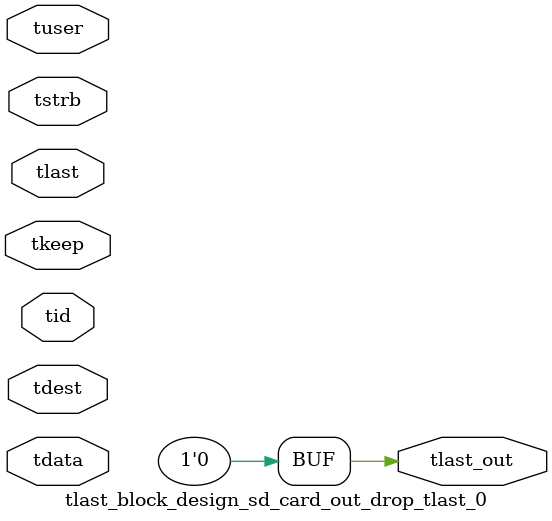
<source format=v>


`timescale 1ps/1ps

module tlast_block_design_sd_card_out_drop_tlast_0 #
(
parameter C_S_AXIS_TID_WIDTH   = 1,
parameter C_S_AXIS_TUSER_WIDTH = 0,
parameter C_S_AXIS_TDATA_WIDTH = 0,
parameter C_S_AXIS_TDEST_WIDTH = 0
)
(
input  [(C_S_AXIS_TID_WIDTH   == 0 ? 1 : C_S_AXIS_TID_WIDTH)-1:0       ] tid,
input  [(C_S_AXIS_TDATA_WIDTH == 0 ? 1 : C_S_AXIS_TDATA_WIDTH)-1:0     ] tdata,
input  [(C_S_AXIS_TUSER_WIDTH == 0 ? 1 : C_S_AXIS_TUSER_WIDTH)-1:0     ] tuser,
input  [(C_S_AXIS_TDEST_WIDTH == 0 ? 1 : C_S_AXIS_TDEST_WIDTH)-1:0     ] tdest,
input  [(C_S_AXIS_TDATA_WIDTH/8)-1:0 ] tkeep,
input  [(C_S_AXIS_TDATA_WIDTH/8)-1:0 ] tstrb,
input  [0:0]                                                             tlast,
output                                                                   tlast_out
);

assign tlast_out = {1'b0};

endmodule


</source>
